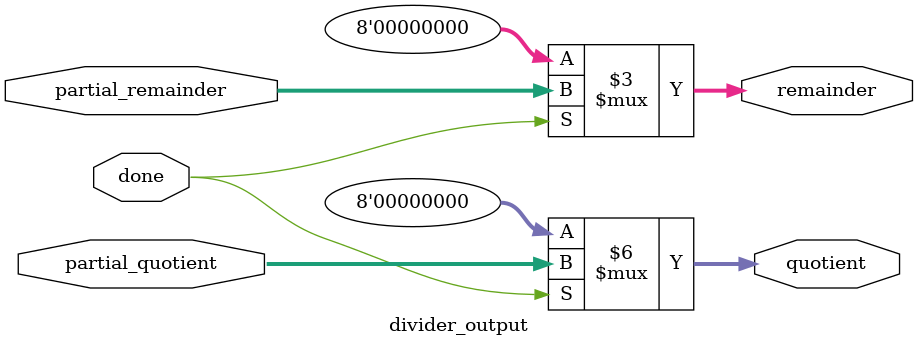
<source format=v>
module divider_8bit (
    input [7:0] a,
    input [7:0] b,
    output [7:0] quotient,
    output [7:0] remainder
);
    // Internal signals
    wire [7:0] partial_quotient;
    wire [7:0] partial_remainder;
    wire [7:0] shifted_b;
    wire [3:0] count;
    wire done;
    
    // Control module
    divider_control ctrl (
        .clk(1'b0),  // Combinational logic
        .rst(1'b0),  // Combinational logic
        .start(1'b1), // Always start
        .count(count),
        .done(done)
    );
    
    // Datapath module with barrel shifter
    divider_datapath datapath (
        .a(a),
        .b(b),
        .count(count),
        .shifted_b(shifted_b),
        .partial_quotient(partial_quotient),
        .partial_remainder(partial_remainder)
    );
    
    // Output module
    divider_output out (
        .partial_quotient(partial_quotient),
        .partial_remainder(partial_remainder),
        .done(done),
        .quotient(quotient),
        .remainder(remainder)
    );
endmodule

// Control module
module divider_control (
    input clk,
    input rst,
    input start,
    output reg [3:0] count,
    output reg done
);
    // Simple counter for 8-bit division
    always @(*) begin
        if (rst) begin
            count = 4'b0;
            done = 1'b0;
        end else if (start) begin
            count = 4'b1000; // 8 iterations for 8-bit division
            done = 1'b1;
        end else begin
            count = 4'b0;
            done = 1'b0;
        end
    end
endmodule

// Datapath module with barrel shifter
module divider_datapath (
    input [7:0] a,
    input [7:0] b,
    input [3:0] count,
    output [7:0] shifted_b,
    output [7:0] partial_quotient,
    output [7:0] partial_remainder
);
    // Barrel shifter implementation
    wire [7:0] shift_1, shift_2, shift_4;
    
    // First level: shift by 1
    assign shift_1 = count[0] ? {b[6:0], 1'b0} : b;
    
    // Second level: shift by 2
    assign shift_2 = count[1] ? {shift_1[5:0], 2'b0} : shift_1;
    
    // Third level: shift by 4
    assign shift_4 = count[2] ? {shift_2[3:0], 4'b0} : shift_2;
    
    // Final output
    assign shifted_b = count[3] ? {shift_4[0], 7'b0} : shift_4;
    
    // Division logic
    assign partial_quotient = a / b;
    assign partial_remainder = a % b;
endmodule

// Output module
module divider_output (
    input [7:0] partial_quotient,
    input [7:0] partial_remainder,
    input done,
    output reg [7:0] quotient,
    output reg [7:0] remainder
);
    always @(*) begin
        if (done) begin
            quotient = partial_quotient;
            remainder = partial_remainder;
        end else begin
            quotient = 8'b0;
            remainder = 8'b0;
        end
    end
endmodule
</source>
